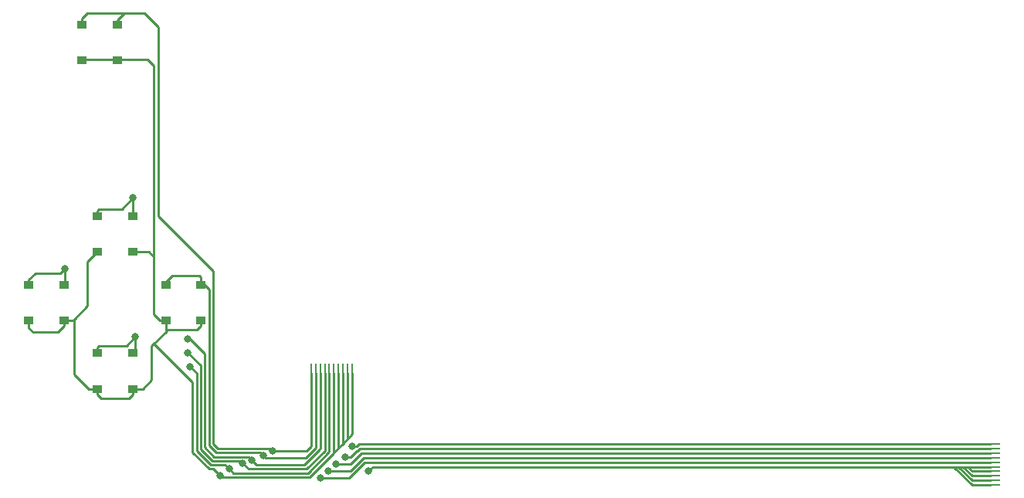
<source format=gbr>
%TF.GenerationSoftware,KiCad,Pcbnew,7.0.5*%
%TF.CreationDate,2023-06-27T09:31:13+01:00*%
%TF.ProjectId,lbuttons,6c627574-746f-46e7-932e-6b696361645f,rev?*%
%TF.SameCoordinates,Original*%
%TF.FileFunction,Copper,L1,Top*%
%TF.FilePolarity,Positive*%
%FSLAX46Y46*%
G04 Gerber Fmt 4.6, Leading zero omitted, Abs format (unit mm)*
G04 Created by KiCad (PCBNEW 7.0.5) date 2023-06-27 09:31:13*
%MOMM*%
%LPD*%
G01*
G04 APERTURE LIST*
%TA.AperFunction,SMDPad,CuDef*%
%ADD10R,1.000000X0.900000*%
%TD*%
%TA.AperFunction,SMDPad,CuDef*%
%ADD11R,2.000000X0.250000*%
%TD*%
%TA.AperFunction,SMDPad,CuDef*%
%ADD12R,0.250000X2.000000*%
%TD*%
%TA.AperFunction,ViaPad*%
%ADD13C,0.800000*%
%TD*%
%TA.AperFunction,Conductor*%
%ADD14C,0.250000*%
%TD*%
G04 APERTURE END LIST*
D10*
%TO.P,U1,4,4*%
%TO.N,GND*%
X124750000Y-88950216D03*
%TO.P,U1,3,3*%
%TO.N,/l1*%
X124750000Y-85050038D03*
%TO.P,U1,2,2*%
%TO.N,GND*%
X120889954Y-88950216D03*
%TO.P,U1,1,1*%
%TO.N,/l1*%
X120889954Y-85050038D03*
%TD*%
%TO.P,U5,1,1*%
%TO.N,/down*%
X122569977Y-121050038D03*
%TO.P,U5,2,2*%
%TO.N,GND*%
X122569977Y-124950216D03*
%TO.P,U5,3,3*%
%TO.N,/down*%
X126430023Y-121050038D03*
%TO.P,U5,4,4*%
%TO.N,GND*%
X126430023Y-124950216D03*
%TD*%
%TO.P,U2,1,1*%
%TO.N,/right*%
X130069977Y-113550038D03*
%TO.P,U2,2,2*%
%TO.N,GND*%
X130069977Y-117450216D03*
%TO.P,U2,3,3*%
%TO.N,/right*%
X133930023Y-113550038D03*
%TO.P,U2,4,4*%
%TO.N,GND*%
X133930023Y-117450216D03*
%TD*%
%TO.P,U4,1,1*%
%TO.N,/left*%
X115069977Y-113550038D03*
%TO.P,U4,2,2*%
%TO.N,GND*%
X115069977Y-117450216D03*
%TO.P,U4,3,3*%
%TO.N,/left*%
X118930023Y-113550038D03*
%TO.P,U4,4,4*%
%TO.N,GND*%
X118930023Y-117450216D03*
%TD*%
D11*
%TO.P,C2,1,1*%
%TO.N,/l1*%
X220500000Y-131000000D03*
%TO.P,C2,2,2*%
%TO.N,/right*%
X220500000Y-131500000D03*
%TO.P,C2,3,3*%
%TO.N,/up*%
X220500000Y-132000000D03*
%TO.P,C2,4,4*%
%TO.N,/left*%
X220500000Y-132500000D03*
%TO.P,C2,5,5*%
%TO.N,/down*%
X220500000Y-133000000D03*
%TO.P,C2,6,6*%
%TO.N,GND*%
X220500000Y-133500000D03*
%TO.P,C2,7,7*%
X220500000Y-134000000D03*
%TO.P,C2,8,8*%
X220500000Y-134500000D03*
%TO.P,C2,9,9*%
X220500000Y-135000000D03*
%TO.P,C2,10,10*%
X220500000Y-135500000D03*
%TD*%
D10*
%TO.P,U3,1,1*%
%TO.N,/up*%
X122569977Y-106050038D03*
%TO.P,U3,2,2*%
%TO.N,GND*%
X122569977Y-109950216D03*
%TO.P,U3,3,3*%
%TO.N,/up*%
X126430023Y-106050038D03*
%TO.P,U3,4,4*%
%TO.N,GND*%
X126430023Y-109950216D03*
%TD*%
D12*
%TO.P,C1,1,1*%
%TO.N,/l1*%
X146000000Y-123250000D03*
%TO.P,C1,2,2*%
%TO.N,/right*%
X146500000Y-123250000D03*
%TO.P,C1,3,3*%
%TO.N,/up*%
X147000000Y-123250000D03*
%TO.P,C1,4,4*%
%TO.N,/left*%
X147500000Y-123250000D03*
%TO.P,C1,5,5*%
%TO.N,/down*%
X148000000Y-123250000D03*
%TO.P,C1,6,6*%
%TO.N,GND*%
X148500000Y-123250000D03*
%TO.P,C1,7,7*%
X149000000Y-123250000D03*
%TO.P,C1,8,8*%
X149500000Y-123250000D03*
%TO.P,C1,9,9*%
X150000000Y-123250000D03*
%TO.P,C1,10,10*%
X150500000Y-123250000D03*
%TD*%
D13*
%TO.N,/l1*%
X150500000Y-131250000D03*
X141750000Y-131750000D03*
%TO.N,/right*%
X140750000Y-132250000D03*
X149750000Y-132474500D03*
%TO.N,/up*%
X148750000Y-133199011D03*
X126500000Y-104000000D03*
X139500000Y-132750000D03*
X132500000Y-119500000D03*
%TO.N,/left*%
X132500000Y-121000000D03*
X119000000Y-111750000D03*
X147892691Y-133923511D03*
X138500000Y-133123539D03*
%TO.N,/down*%
X147000000Y-134750000D03*
X137000000Y-133750000D03*
X132750000Y-122500000D03*
X126750000Y-119250000D03*
%TO.N,GND*%
X136000000Y-134500000D03*
X152250000Y-134000000D03*
%TD*%
D14*
%TO.N,/l1*%
X124750000Y-84500000D02*
X125500000Y-83750000D01*
X124750000Y-85050038D02*
X124750000Y-84500000D01*
X125500000Y-83750000D02*
X121500000Y-83750000D01*
X127750000Y-83750000D02*
X125500000Y-83750000D01*
%TO.N,GND*%
X128200216Y-109950216D02*
X128750000Y-110500000D01*
X126430023Y-109950216D02*
X128200216Y-109950216D01*
X128750000Y-110500000D02*
X128750000Y-116750000D01*
X128750000Y-89500000D02*
X128750000Y-110500000D01*
X133500000Y-118500000D02*
X130250000Y-118500000D01*
X130250000Y-118500000D02*
X130069977Y-118680023D01*
X133930023Y-118069977D02*
X133500000Y-118500000D01*
X133930023Y-117450216D02*
X133930023Y-118069977D01*
%TO.N,/right*%
X130069977Y-113180023D02*
X130069977Y-113550038D01*
X130750000Y-112500000D02*
X130069977Y-113180023D01*
X133750000Y-112500000D02*
X130750000Y-112500000D01*
X133930023Y-113550038D02*
X133930023Y-112680023D01*
X133930023Y-112680023D02*
X133750000Y-112500000D01*
%TO.N,GND*%
X126430023Y-125569977D02*
X126430023Y-124950216D01*
X126000000Y-126000000D02*
X126430023Y-125569977D01*
X122569977Y-125569977D02*
X123000000Y-126000000D01*
X122569977Y-124950216D02*
X122569977Y-125569977D01*
X123000000Y-126000000D02*
X126000000Y-126000000D01*
%TO.N,/down*%
X125750000Y-120250000D02*
X126750000Y-119250000D01*
X122750000Y-120250000D02*
X125750000Y-120250000D01*
X122569977Y-120430023D02*
X122750000Y-120250000D01*
X122569977Y-121050038D02*
X122569977Y-120430023D01*
%TO.N,GND*%
X118930023Y-118069977D02*
X118930023Y-117450216D01*
X115069977Y-118319977D02*
X115500000Y-118750000D01*
X115500000Y-118750000D02*
X118250000Y-118750000D01*
X118250000Y-118750000D02*
X118930023Y-118069977D01*
X115069977Y-117450216D02*
X115069977Y-118319977D01*
%TO.N,/left*%
X118500000Y-112250000D02*
X119000000Y-111750000D01*
X115750000Y-112250000D02*
X118500000Y-112250000D01*
X115069977Y-112930023D02*
X115750000Y-112250000D01*
X115069977Y-113550038D02*
X115069977Y-112930023D01*
%TO.N,/up*%
X125250000Y-105250000D02*
X126500000Y-104000000D01*
X122750000Y-105250000D02*
X125250000Y-105250000D01*
X122569977Y-105430023D02*
X122750000Y-105250000D01*
X122569977Y-106050038D02*
X122569977Y-105430023D01*
%TO.N,GND*%
X129450216Y-117450216D02*
X130069977Y-117450216D01*
X128099886Y-88849886D02*
X128750000Y-89500000D01*
X120920307Y-88849886D02*
X128099886Y-88849886D01*
X120819977Y-88950216D02*
X120920307Y-88849886D01*
X128750000Y-116750000D02*
X129450216Y-117450216D01*
X119899670Y-117450216D02*
X118930023Y-117450216D01*
X120000000Y-117349886D02*
X119899670Y-117450216D01*
X121600330Y-124950216D02*
X122569977Y-124950216D01*
%TO.N,/right*%
X134300038Y-113550038D02*
X133930023Y-113550038D01*
X134800480Y-131186197D02*
X134800480Y-114050480D01*
X140449520Y-131949520D02*
X135563802Y-131949520D01*
X140750000Y-132250000D02*
X140449520Y-131949520D01*
X135563802Y-131949520D02*
X134800480Y-131186197D01*
X134800480Y-114050480D02*
X134300038Y-113550038D01*
%TO.N,/l1*%
X120889954Y-84360046D02*
X120889954Y-85050038D01*
X121500000Y-83750000D02*
X120889954Y-84360046D01*
X129250000Y-106000000D02*
X129250000Y-85250000D01*
X135250000Y-112000000D02*
X129250000Y-106000000D01*
X129250000Y-85250000D02*
X127750000Y-83750000D01*
X135750000Y-131500000D02*
X135250000Y-131000000D01*
X135250000Y-131000000D02*
X135250000Y-112000000D01*
X141750000Y-131750000D02*
X141500000Y-131500000D01*
X141500000Y-131500000D02*
X135750000Y-131500000D01*
%TO.N,/down*%
X122769939Y-121250000D02*
X122569977Y-121050038D01*
X126430023Y-121050038D02*
X126230061Y-121250000D01*
%TO.N,/l1*%
X150500000Y-131250000D02*
X151000000Y-131250000D01*
X146000000Y-123250000D02*
X146000000Y-131250000D01*
X146000000Y-131250000D02*
X145500000Y-131750000D01*
X151000000Y-131250000D02*
X151250000Y-131000000D01*
X151250000Y-131000000D02*
X220500000Y-131000000D01*
X145500000Y-131750000D02*
X141750000Y-131750000D01*
%TO.N,/right*%
X151012307Y-131762307D02*
X151123411Y-131762307D01*
X145385717Y-132500000D02*
X141000000Y-132500000D01*
X149750000Y-132474500D02*
X150300114Y-132474500D01*
X146500000Y-123250000D02*
X146500000Y-131385717D01*
X146500000Y-131385717D02*
X145385717Y-132500000D01*
X141000000Y-132500000D02*
X140750000Y-132250000D01*
X151123411Y-131762307D02*
X151385718Y-131500000D01*
X151385718Y-131500000D02*
X220500000Y-131500000D01*
X150300114Y-132474500D02*
X151012307Y-131762307D01*
%TO.N,/up*%
X150322425Y-133199011D02*
X148750000Y-133199011D01*
X134350960Y-121100960D02*
X132750000Y-119500000D01*
X146978566Y-131521434D02*
X146949520Y-131550480D01*
X147000000Y-131521434D02*
X146978566Y-131521434D01*
X139149039Y-132399039D02*
X139500000Y-132750000D01*
X146949520Y-131571915D02*
X145271435Y-133250000D01*
X135377604Y-132399039D02*
X139149039Y-132399039D01*
X126500000Y-105980061D02*
X126430023Y-106050038D01*
X135377604Y-132399039D02*
X134350960Y-131372395D01*
X132750000Y-119500000D02*
X132500000Y-119500000D01*
X134350960Y-131372395D02*
X134350960Y-121100960D01*
X140000000Y-133250000D02*
X139500000Y-132750000D01*
X151521436Y-132000000D02*
X150322425Y-133199011D01*
X126500000Y-104000000D02*
X126500000Y-105980061D01*
X147000000Y-123250000D02*
X147000000Y-131521434D01*
X145271435Y-133250000D02*
X140000000Y-133250000D01*
X146949520Y-131550480D02*
X146949520Y-131571915D01*
X220500000Y-132000000D02*
X151521436Y-132000000D01*
%TO.N,/left*%
X119000000Y-113480061D02*
X118930023Y-113550038D01*
X150326489Y-133923511D02*
X151750000Y-132500000D01*
X119000000Y-111750000D02*
X119000000Y-113480061D01*
X133901440Y-131558592D02*
X133901440Y-122401440D01*
X147892691Y-133923511D02*
X150326489Y-133923511D01*
X135191408Y-132848560D02*
X133901440Y-131558592D01*
X138225021Y-132848560D02*
X135191408Y-132848560D01*
X147500000Y-123250000D02*
X147500000Y-131750000D01*
X151750000Y-132500000D02*
X220500000Y-132500000D01*
X139126461Y-133750000D02*
X138500000Y-133123539D01*
X147500000Y-131750000D02*
X145500000Y-133750000D01*
X133901440Y-122401440D02*
X132500000Y-121000000D01*
X138500000Y-133123539D02*
X138225021Y-132848560D01*
X145500000Y-133750000D02*
X139126461Y-133750000D01*
%TO.N,/down*%
X150135718Y-134750000D02*
X151885718Y-133000000D01*
X137000000Y-133750000D02*
X136548080Y-133298080D01*
X133451920Y-123201920D02*
X132750000Y-122500000D01*
X126750000Y-120730061D02*
X126430023Y-121050038D01*
X147000000Y-134750000D02*
X150135718Y-134750000D01*
X135005211Y-133298080D02*
X133451920Y-131744789D01*
X126750000Y-119250000D02*
X126750000Y-120730061D01*
X133451920Y-131744789D02*
X133451920Y-123201920D01*
X136548080Y-133298080D02*
X135005211Y-133298080D01*
X151885718Y-133000000D02*
X220500000Y-133000000D01*
X137000000Y-133750000D02*
X137449520Y-134199520D01*
X148000000Y-131885718D02*
X148000000Y-123250000D01*
X137449520Y-134199520D02*
X145686197Y-134199520D01*
X145686197Y-134199520D02*
X148000000Y-131885718D01*
%TO.N,GND*%
X135247600Y-133747600D02*
X134819014Y-133747600D01*
X220500000Y-135500000D02*
X218500000Y-135500000D01*
X127549784Y-124950216D02*
X126430023Y-124950216D01*
X130069977Y-118680023D02*
X130069977Y-117450216D01*
X149464293Y-130964293D02*
X150500000Y-129928585D01*
X218500000Y-135500000D02*
X216500000Y-133500000D01*
X149000000Y-123250000D02*
X149000000Y-131428586D01*
X148589293Y-131839293D02*
X149464293Y-130964293D01*
X128500000Y-120250000D02*
X128500000Y-124000000D01*
X134819014Y-133747600D02*
X133000000Y-131928586D01*
X128750000Y-120000000D02*
X128500000Y-120250000D01*
X136000000Y-134500000D02*
X135247600Y-133747600D01*
X121500000Y-111020193D02*
X122569977Y-109950216D01*
X136000000Y-134500000D02*
X136149040Y-134649040D01*
X128500000Y-124000000D02*
X127549784Y-124950216D01*
X149500000Y-123250000D02*
X149500000Y-130928586D01*
X220500000Y-134000000D02*
X218500000Y-134000000D01*
X150000000Y-123250000D02*
X150000000Y-130428586D01*
X133000000Y-131928586D02*
X133000000Y-124250000D01*
X152750000Y-133500000D02*
X216500000Y-133500000D01*
X218500000Y-134500000D02*
X217500000Y-133500000D01*
X148500000Y-131750000D02*
X148589293Y-131839293D01*
X218500000Y-134000000D02*
X218000000Y-133500000D01*
X220500000Y-134500000D02*
X218500000Y-134500000D01*
X220500000Y-135000000D02*
X218500000Y-135000000D01*
X218500000Y-135000000D02*
X217000000Y-133500000D01*
X220500000Y-133500000D02*
X218000000Y-133500000D01*
X148500000Y-123250000D02*
X148500000Y-131750000D01*
X136149040Y-134649040D02*
X145872395Y-134649040D01*
X120000000Y-117349886D02*
X121500000Y-115849886D01*
X152750000Y-133500000D02*
X152250000Y-134000000D01*
X145872395Y-134649040D02*
X148500000Y-132021435D01*
X121600330Y-124950216D02*
X120000000Y-123349886D01*
X150500000Y-123250000D02*
X150500000Y-129928585D01*
X217000000Y-133500000D02*
X216500000Y-133500000D01*
X128750000Y-120000000D02*
X130069977Y-118680023D01*
X148500000Y-132021435D02*
X148500000Y-131750000D01*
X115170307Y-117349886D02*
X115069977Y-117450216D01*
X217500000Y-133500000D02*
X217000000Y-133500000D01*
X120000000Y-123349886D02*
X120000000Y-117349886D01*
X133000000Y-124250000D02*
X128750000Y-120000000D01*
X218000000Y-133500000D02*
X217500000Y-133500000D01*
X121500000Y-115849886D02*
X121500000Y-111020193D01*
%TD*%
M02*

</source>
